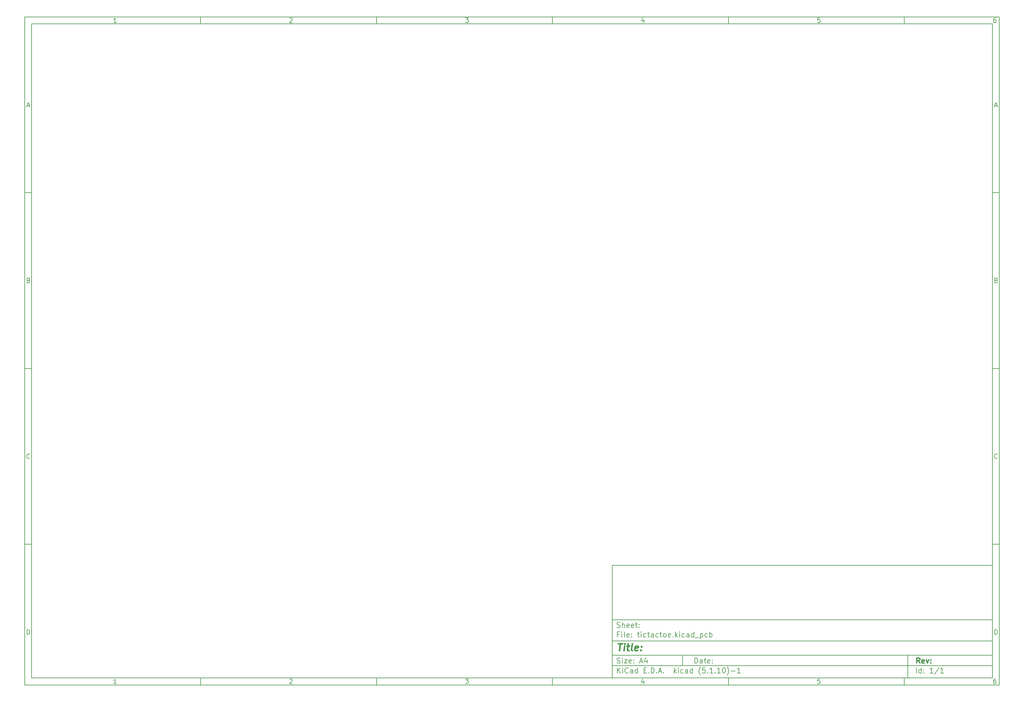
<source format=gbr>
%TF.GenerationSoftware,KiCad,Pcbnew,(5.1.10)-1*%
%TF.CreationDate,2021-10-16T16:01:45-05:00*%
%TF.ProjectId,tictactoe,74696374-6163-4746-9f65-2e6b69636164,rev?*%
%TF.SameCoordinates,Original*%
%TF.FileFunction,Legend,Bot*%
%TF.FilePolarity,Positive*%
%FSLAX46Y46*%
G04 Gerber Fmt 4.6, Leading zero omitted, Abs format (unit mm)*
G04 Created by KiCad (PCBNEW (5.1.10)-1) date 2021-10-16 16:01:45*
%MOMM*%
%LPD*%
G01*
G04 APERTURE LIST*
%ADD10C,0.100000*%
%ADD11C,0.150000*%
%ADD12C,0.300000*%
%ADD13C,0.400000*%
G04 APERTURE END LIST*
D10*
D11*
X177002200Y-166007200D02*
X177002200Y-198007200D01*
X285002200Y-198007200D01*
X285002200Y-166007200D01*
X177002200Y-166007200D01*
D10*
D11*
X10000000Y-10000000D02*
X10000000Y-200007200D01*
X287002200Y-200007200D01*
X287002200Y-10000000D01*
X10000000Y-10000000D01*
D10*
D11*
X12000000Y-12000000D02*
X12000000Y-198007200D01*
X285002200Y-198007200D01*
X285002200Y-12000000D01*
X12000000Y-12000000D01*
D10*
D11*
X60000000Y-12000000D02*
X60000000Y-10000000D01*
D10*
D11*
X110000000Y-12000000D02*
X110000000Y-10000000D01*
D10*
D11*
X160000000Y-12000000D02*
X160000000Y-10000000D01*
D10*
D11*
X210000000Y-12000000D02*
X210000000Y-10000000D01*
D10*
D11*
X260000000Y-12000000D02*
X260000000Y-10000000D01*
D10*
D11*
X36065476Y-11588095D02*
X35322619Y-11588095D01*
X35694047Y-11588095D02*
X35694047Y-10288095D01*
X35570238Y-10473809D01*
X35446428Y-10597619D01*
X35322619Y-10659523D01*
D10*
D11*
X85322619Y-10411904D02*
X85384523Y-10350000D01*
X85508333Y-10288095D01*
X85817857Y-10288095D01*
X85941666Y-10350000D01*
X86003571Y-10411904D01*
X86065476Y-10535714D01*
X86065476Y-10659523D01*
X86003571Y-10845238D01*
X85260714Y-11588095D01*
X86065476Y-11588095D01*
D10*
D11*
X135260714Y-10288095D02*
X136065476Y-10288095D01*
X135632142Y-10783333D01*
X135817857Y-10783333D01*
X135941666Y-10845238D01*
X136003571Y-10907142D01*
X136065476Y-11030952D01*
X136065476Y-11340476D01*
X136003571Y-11464285D01*
X135941666Y-11526190D01*
X135817857Y-11588095D01*
X135446428Y-11588095D01*
X135322619Y-11526190D01*
X135260714Y-11464285D01*
D10*
D11*
X185941666Y-10721428D02*
X185941666Y-11588095D01*
X185632142Y-10226190D02*
X185322619Y-11154761D01*
X186127380Y-11154761D01*
D10*
D11*
X236003571Y-10288095D02*
X235384523Y-10288095D01*
X235322619Y-10907142D01*
X235384523Y-10845238D01*
X235508333Y-10783333D01*
X235817857Y-10783333D01*
X235941666Y-10845238D01*
X236003571Y-10907142D01*
X236065476Y-11030952D01*
X236065476Y-11340476D01*
X236003571Y-11464285D01*
X235941666Y-11526190D01*
X235817857Y-11588095D01*
X235508333Y-11588095D01*
X235384523Y-11526190D01*
X235322619Y-11464285D01*
D10*
D11*
X285941666Y-10288095D02*
X285694047Y-10288095D01*
X285570238Y-10350000D01*
X285508333Y-10411904D01*
X285384523Y-10597619D01*
X285322619Y-10845238D01*
X285322619Y-11340476D01*
X285384523Y-11464285D01*
X285446428Y-11526190D01*
X285570238Y-11588095D01*
X285817857Y-11588095D01*
X285941666Y-11526190D01*
X286003571Y-11464285D01*
X286065476Y-11340476D01*
X286065476Y-11030952D01*
X286003571Y-10907142D01*
X285941666Y-10845238D01*
X285817857Y-10783333D01*
X285570238Y-10783333D01*
X285446428Y-10845238D01*
X285384523Y-10907142D01*
X285322619Y-11030952D01*
D10*
D11*
X60000000Y-198007200D02*
X60000000Y-200007200D01*
D10*
D11*
X110000000Y-198007200D02*
X110000000Y-200007200D01*
D10*
D11*
X160000000Y-198007200D02*
X160000000Y-200007200D01*
D10*
D11*
X210000000Y-198007200D02*
X210000000Y-200007200D01*
D10*
D11*
X260000000Y-198007200D02*
X260000000Y-200007200D01*
D10*
D11*
X36065476Y-199595295D02*
X35322619Y-199595295D01*
X35694047Y-199595295D02*
X35694047Y-198295295D01*
X35570238Y-198481009D01*
X35446428Y-198604819D01*
X35322619Y-198666723D01*
D10*
D11*
X85322619Y-198419104D02*
X85384523Y-198357200D01*
X85508333Y-198295295D01*
X85817857Y-198295295D01*
X85941666Y-198357200D01*
X86003571Y-198419104D01*
X86065476Y-198542914D01*
X86065476Y-198666723D01*
X86003571Y-198852438D01*
X85260714Y-199595295D01*
X86065476Y-199595295D01*
D10*
D11*
X135260714Y-198295295D02*
X136065476Y-198295295D01*
X135632142Y-198790533D01*
X135817857Y-198790533D01*
X135941666Y-198852438D01*
X136003571Y-198914342D01*
X136065476Y-199038152D01*
X136065476Y-199347676D01*
X136003571Y-199471485D01*
X135941666Y-199533390D01*
X135817857Y-199595295D01*
X135446428Y-199595295D01*
X135322619Y-199533390D01*
X135260714Y-199471485D01*
D10*
D11*
X185941666Y-198728628D02*
X185941666Y-199595295D01*
X185632142Y-198233390D02*
X185322619Y-199161961D01*
X186127380Y-199161961D01*
D10*
D11*
X236003571Y-198295295D02*
X235384523Y-198295295D01*
X235322619Y-198914342D01*
X235384523Y-198852438D01*
X235508333Y-198790533D01*
X235817857Y-198790533D01*
X235941666Y-198852438D01*
X236003571Y-198914342D01*
X236065476Y-199038152D01*
X236065476Y-199347676D01*
X236003571Y-199471485D01*
X235941666Y-199533390D01*
X235817857Y-199595295D01*
X235508333Y-199595295D01*
X235384523Y-199533390D01*
X235322619Y-199471485D01*
D10*
D11*
X285941666Y-198295295D02*
X285694047Y-198295295D01*
X285570238Y-198357200D01*
X285508333Y-198419104D01*
X285384523Y-198604819D01*
X285322619Y-198852438D01*
X285322619Y-199347676D01*
X285384523Y-199471485D01*
X285446428Y-199533390D01*
X285570238Y-199595295D01*
X285817857Y-199595295D01*
X285941666Y-199533390D01*
X286003571Y-199471485D01*
X286065476Y-199347676D01*
X286065476Y-199038152D01*
X286003571Y-198914342D01*
X285941666Y-198852438D01*
X285817857Y-198790533D01*
X285570238Y-198790533D01*
X285446428Y-198852438D01*
X285384523Y-198914342D01*
X285322619Y-199038152D01*
D10*
D11*
X10000000Y-60000000D02*
X12000000Y-60000000D01*
D10*
D11*
X10000000Y-110000000D02*
X12000000Y-110000000D01*
D10*
D11*
X10000000Y-160000000D02*
X12000000Y-160000000D01*
D10*
D11*
X10690476Y-35216666D02*
X11309523Y-35216666D01*
X10566666Y-35588095D02*
X11000000Y-34288095D01*
X11433333Y-35588095D01*
D10*
D11*
X11092857Y-84907142D02*
X11278571Y-84969047D01*
X11340476Y-85030952D01*
X11402380Y-85154761D01*
X11402380Y-85340476D01*
X11340476Y-85464285D01*
X11278571Y-85526190D01*
X11154761Y-85588095D01*
X10659523Y-85588095D01*
X10659523Y-84288095D01*
X11092857Y-84288095D01*
X11216666Y-84350000D01*
X11278571Y-84411904D01*
X11340476Y-84535714D01*
X11340476Y-84659523D01*
X11278571Y-84783333D01*
X11216666Y-84845238D01*
X11092857Y-84907142D01*
X10659523Y-84907142D01*
D10*
D11*
X11402380Y-135464285D02*
X11340476Y-135526190D01*
X11154761Y-135588095D01*
X11030952Y-135588095D01*
X10845238Y-135526190D01*
X10721428Y-135402380D01*
X10659523Y-135278571D01*
X10597619Y-135030952D01*
X10597619Y-134845238D01*
X10659523Y-134597619D01*
X10721428Y-134473809D01*
X10845238Y-134350000D01*
X11030952Y-134288095D01*
X11154761Y-134288095D01*
X11340476Y-134350000D01*
X11402380Y-134411904D01*
D10*
D11*
X10659523Y-185588095D02*
X10659523Y-184288095D01*
X10969047Y-184288095D01*
X11154761Y-184350000D01*
X11278571Y-184473809D01*
X11340476Y-184597619D01*
X11402380Y-184845238D01*
X11402380Y-185030952D01*
X11340476Y-185278571D01*
X11278571Y-185402380D01*
X11154761Y-185526190D01*
X10969047Y-185588095D01*
X10659523Y-185588095D01*
D10*
D11*
X287002200Y-60000000D02*
X285002200Y-60000000D01*
D10*
D11*
X287002200Y-110000000D02*
X285002200Y-110000000D01*
D10*
D11*
X287002200Y-160000000D02*
X285002200Y-160000000D01*
D10*
D11*
X285692676Y-35216666D02*
X286311723Y-35216666D01*
X285568866Y-35588095D02*
X286002200Y-34288095D01*
X286435533Y-35588095D01*
D10*
D11*
X286095057Y-84907142D02*
X286280771Y-84969047D01*
X286342676Y-85030952D01*
X286404580Y-85154761D01*
X286404580Y-85340476D01*
X286342676Y-85464285D01*
X286280771Y-85526190D01*
X286156961Y-85588095D01*
X285661723Y-85588095D01*
X285661723Y-84288095D01*
X286095057Y-84288095D01*
X286218866Y-84350000D01*
X286280771Y-84411904D01*
X286342676Y-84535714D01*
X286342676Y-84659523D01*
X286280771Y-84783333D01*
X286218866Y-84845238D01*
X286095057Y-84907142D01*
X285661723Y-84907142D01*
D10*
D11*
X286404580Y-135464285D02*
X286342676Y-135526190D01*
X286156961Y-135588095D01*
X286033152Y-135588095D01*
X285847438Y-135526190D01*
X285723628Y-135402380D01*
X285661723Y-135278571D01*
X285599819Y-135030952D01*
X285599819Y-134845238D01*
X285661723Y-134597619D01*
X285723628Y-134473809D01*
X285847438Y-134350000D01*
X286033152Y-134288095D01*
X286156961Y-134288095D01*
X286342676Y-134350000D01*
X286404580Y-134411904D01*
D10*
D11*
X285661723Y-185588095D02*
X285661723Y-184288095D01*
X285971247Y-184288095D01*
X286156961Y-184350000D01*
X286280771Y-184473809D01*
X286342676Y-184597619D01*
X286404580Y-184845238D01*
X286404580Y-185030952D01*
X286342676Y-185278571D01*
X286280771Y-185402380D01*
X286156961Y-185526190D01*
X285971247Y-185588095D01*
X285661723Y-185588095D01*
D10*
D11*
X200434342Y-193785771D02*
X200434342Y-192285771D01*
X200791485Y-192285771D01*
X201005771Y-192357200D01*
X201148628Y-192500057D01*
X201220057Y-192642914D01*
X201291485Y-192928628D01*
X201291485Y-193142914D01*
X201220057Y-193428628D01*
X201148628Y-193571485D01*
X201005771Y-193714342D01*
X200791485Y-193785771D01*
X200434342Y-193785771D01*
X202577200Y-193785771D02*
X202577200Y-193000057D01*
X202505771Y-192857200D01*
X202362914Y-192785771D01*
X202077200Y-192785771D01*
X201934342Y-192857200D01*
X202577200Y-193714342D02*
X202434342Y-193785771D01*
X202077200Y-193785771D01*
X201934342Y-193714342D01*
X201862914Y-193571485D01*
X201862914Y-193428628D01*
X201934342Y-193285771D01*
X202077200Y-193214342D01*
X202434342Y-193214342D01*
X202577200Y-193142914D01*
X203077200Y-192785771D02*
X203648628Y-192785771D01*
X203291485Y-192285771D02*
X203291485Y-193571485D01*
X203362914Y-193714342D01*
X203505771Y-193785771D01*
X203648628Y-193785771D01*
X204720057Y-193714342D02*
X204577200Y-193785771D01*
X204291485Y-193785771D01*
X204148628Y-193714342D01*
X204077200Y-193571485D01*
X204077200Y-193000057D01*
X204148628Y-192857200D01*
X204291485Y-192785771D01*
X204577200Y-192785771D01*
X204720057Y-192857200D01*
X204791485Y-193000057D01*
X204791485Y-193142914D01*
X204077200Y-193285771D01*
X205434342Y-193642914D02*
X205505771Y-193714342D01*
X205434342Y-193785771D01*
X205362914Y-193714342D01*
X205434342Y-193642914D01*
X205434342Y-193785771D01*
X205434342Y-192857200D02*
X205505771Y-192928628D01*
X205434342Y-193000057D01*
X205362914Y-192928628D01*
X205434342Y-192857200D01*
X205434342Y-193000057D01*
D10*
D11*
X177002200Y-194507200D02*
X285002200Y-194507200D01*
D10*
D11*
X178434342Y-196585771D02*
X178434342Y-195085771D01*
X179291485Y-196585771D02*
X178648628Y-195728628D01*
X179291485Y-195085771D02*
X178434342Y-195942914D01*
X179934342Y-196585771D02*
X179934342Y-195585771D01*
X179934342Y-195085771D02*
X179862914Y-195157200D01*
X179934342Y-195228628D01*
X180005771Y-195157200D01*
X179934342Y-195085771D01*
X179934342Y-195228628D01*
X181505771Y-196442914D02*
X181434342Y-196514342D01*
X181220057Y-196585771D01*
X181077200Y-196585771D01*
X180862914Y-196514342D01*
X180720057Y-196371485D01*
X180648628Y-196228628D01*
X180577200Y-195942914D01*
X180577200Y-195728628D01*
X180648628Y-195442914D01*
X180720057Y-195300057D01*
X180862914Y-195157200D01*
X181077200Y-195085771D01*
X181220057Y-195085771D01*
X181434342Y-195157200D01*
X181505771Y-195228628D01*
X182791485Y-196585771D02*
X182791485Y-195800057D01*
X182720057Y-195657200D01*
X182577200Y-195585771D01*
X182291485Y-195585771D01*
X182148628Y-195657200D01*
X182791485Y-196514342D02*
X182648628Y-196585771D01*
X182291485Y-196585771D01*
X182148628Y-196514342D01*
X182077200Y-196371485D01*
X182077200Y-196228628D01*
X182148628Y-196085771D01*
X182291485Y-196014342D01*
X182648628Y-196014342D01*
X182791485Y-195942914D01*
X184148628Y-196585771D02*
X184148628Y-195085771D01*
X184148628Y-196514342D02*
X184005771Y-196585771D01*
X183720057Y-196585771D01*
X183577200Y-196514342D01*
X183505771Y-196442914D01*
X183434342Y-196300057D01*
X183434342Y-195871485D01*
X183505771Y-195728628D01*
X183577200Y-195657200D01*
X183720057Y-195585771D01*
X184005771Y-195585771D01*
X184148628Y-195657200D01*
X186005771Y-195800057D02*
X186505771Y-195800057D01*
X186720057Y-196585771D02*
X186005771Y-196585771D01*
X186005771Y-195085771D01*
X186720057Y-195085771D01*
X187362914Y-196442914D02*
X187434342Y-196514342D01*
X187362914Y-196585771D01*
X187291485Y-196514342D01*
X187362914Y-196442914D01*
X187362914Y-196585771D01*
X188077200Y-196585771D02*
X188077200Y-195085771D01*
X188434342Y-195085771D01*
X188648628Y-195157200D01*
X188791485Y-195300057D01*
X188862914Y-195442914D01*
X188934342Y-195728628D01*
X188934342Y-195942914D01*
X188862914Y-196228628D01*
X188791485Y-196371485D01*
X188648628Y-196514342D01*
X188434342Y-196585771D01*
X188077200Y-196585771D01*
X189577200Y-196442914D02*
X189648628Y-196514342D01*
X189577200Y-196585771D01*
X189505771Y-196514342D01*
X189577200Y-196442914D01*
X189577200Y-196585771D01*
X190220057Y-196157200D02*
X190934342Y-196157200D01*
X190077200Y-196585771D02*
X190577200Y-195085771D01*
X191077200Y-196585771D01*
X191577200Y-196442914D02*
X191648628Y-196514342D01*
X191577200Y-196585771D01*
X191505771Y-196514342D01*
X191577200Y-196442914D01*
X191577200Y-196585771D01*
X194577200Y-196585771D02*
X194577200Y-195085771D01*
X194720057Y-196014342D02*
X195148628Y-196585771D01*
X195148628Y-195585771D02*
X194577200Y-196157200D01*
X195791485Y-196585771D02*
X195791485Y-195585771D01*
X195791485Y-195085771D02*
X195720057Y-195157200D01*
X195791485Y-195228628D01*
X195862914Y-195157200D01*
X195791485Y-195085771D01*
X195791485Y-195228628D01*
X197148628Y-196514342D02*
X197005771Y-196585771D01*
X196720057Y-196585771D01*
X196577200Y-196514342D01*
X196505771Y-196442914D01*
X196434342Y-196300057D01*
X196434342Y-195871485D01*
X196505771Y-195728628D01*
X196577200Y-195657200D01*
X196720057Y-195585771D01*
X197005771Y-195585771D01*
X197148628Y-195657200D01*
X198434342Y-196585771D02*
X198434342Y-195800057D01*
X198362914Y-195657200D01*
X198220057Y-195585771D01*
X197934342Y-195585771D01*
X197791485Y-195657200D01*
X198434342Y-196514342D02*
X198291485Y-196585771D01*
X197934342Y-196585771D01*
X197791485Y-196514342D01*
X197720057Y-196371485D01*
X197720057Y-196228628D01*
X197791485Y-196085771D01*
X197934342Y-196014342D01*
X198291485Y-196014342D01*
X198434342Y-195942914D01*
X199791485Y-196585771D02*
X199791485Y-195085771D01*
X199791485Y-196514342D02*
X199648628Y-196585771D01*
X199362914Y-196585771D01*
X199220057Y-196514342D01*
X199148628Y-196442914D01*
X199077200Y-196300057D01*
X199077200Y-195871485D01*
X199148628Y-195728628D01*
X199220057Y-195657200D01*
X199362914Y-195585771D01*
X199648628Y-195585771D01*
X199791485Y-195657200D01*
X202077200Y-197157200D02*
X202005771Y-197085771D01*
X201862914Y-196871485D01*
X201791485Y-196728628D01*
X201720057Y-196514342D01*
X201648628Y-196157200D01*
X201648628Y-195871485D01*
X201720057Y-195514342D01*
X201791485Y-195300057D01*
X201862914Y-195157200D01*
X202005771Y-194942914D01*
X202077200Y-194871485D01*
X203362914Y-195085771D02*
X202648628Y-195085771D01*
X202577200Y-195800057D01*
X202648628Y-195728628D01*
X202791485Y-195657200D01*
X203148628Y-195657200D01*
X203291485Y-195728628D01*
X203362914Y-195800057D01*
X203434342Y-195942914D01*
X203434342Y-196300057D01*
X203362914Y-196442914D01*
X203291485Y-196514342D01*
X203148628Y-196585771D01*
X202791485Y-196585771D01*
X202648628Y-196514342D01*
X202577200Y-196442914D01*
X204077200Y-196442914D02*
X204148628Y-196514342D01*
X204077200Y-196585771D01*
X204005771Y-196514342D01*
X204077200Y-196442914D01*
X204077200Y-196585771D01*
X205577200Y-196585771D02*
X204720057Y-196585771D01*
X205148628Y-196585771D02*
X205148628Y-195085771D01*
X205005771Y-195300057D01*
X204862914Y-195442914D01*
X204720057Y-195514342D01*
X206220057Y-196442914D02*
X206291485Y-196514342D01*
X206220057Y-196585771D01*
X206148628Y-196514342D01*
X206220057Y-196442914D01*
X206220057Y-196585771D01*
X207720057Y-196585771D02*
X206862914Y-196585771D01*
X207291485Y-196585771D02*
X207291485Y-195085771D01*
X207148628Y-195300057D01*
X207005771Y-195442914D01*
X206862914Y-195514342D01*
X208648628Y-195085771D02*
X208791485Y-195085771D01*
X208934342Y-195157200D01*
X209005771Y-195228628D01*
X209077200Y-195371485D01*
X209148628Y-195657200D01*
X209148628Y-196014342D01*
X209077200Y-196300057D01*
X209005771Y-196442914D01*
X208934342Y-196514342D01*
X208791485Y-196585771D01*
X208648628Y-196585771D01*
X208505771Y-196514342D01*
X208434342Y-196442914D01*
X208362914Y-196300057D01*
X208291485Y-196014342D01*
X208291485Y-195657200D01*
X208362914Y-195371485D01*
X208434342Y-195228628D01*
X208505771Y-195157200D01*
X208648628Y-195085771D01*
X209648628Y-197157200D02*
X209720057Y-197085771D01*
X209862914Y-196871485D01*
X209934342Y-196728628D01*
X210005771Y-196514342D01*
X210077200Y-196157200D01*
X210077200Y-195871485D01*
X210005771Y-195514342D01*
X209934342Y-195300057D01*
X209862914Y-195157200D01*
X209720057Y-194942914D01*
X209648628Y-194871485D01*
X210791485Y-196014342D02*
X211934342Y-196014342D01*
X213434342Y-196585771D02*
X212577200Y-196585771D01*
X213005771Y-196585771D02*
X213005771Y-195085771D01*
X212862914Y-195300057D01*
X212720057Y-195442914D01*
X212577200Y-195514342D01*
D10*
D11*
X177002200Y-191507200D02*
X285002200Y-191507200D01*
D10*
D12*
X264411485Y-193785771D02*
X263911485Y-193071485D01*
X263554342Y-193785771D02*
X263554342Y-192285771D01*
X264125771Y-192285771D01*
X264268628Y-192357200D01*
X264340057Y-192428628D01*
X264411485Y-192571485D01*
X264411485Y-192785771D01*
X264340057Y-192928628D01*
X264268628Y-193000057D01*
X264125771Y-193071485D01*
X263554342Y-193071485D01*
X265625771Y-193714342D02*
X265482914Y-193785771D01*
X265197200Y-193785771D01*
X265054342Y-193714342D01*
X264982914Y-193571485D01*
X264982914Y-193000057D01*
X265054342Y-192857200D01*
X265197200Y-192785771D01*
X265482914Y-192785771D01*
X265625771Y-192857200D01*
X265697200Y-193000057D01*
X265697200Y-193142914D01*
X264982914Y-193285771D01*
X266197200Y-192785771D02*
X266554342Y-193785771D01*
X266911485Y-192785771D01*
X267482914Y-193642914D02*
X267554342Y-193714342D01*
X267482914Y-193785771D01*
X267411485Y-193714342D01*
X267482914Y-193642914D01*
X267482914Y-193785771D01*
X267482914Y-192857200D02*
X267554342Y-192928628D01*
X267482914Y-193000057D01*
X267411485Y-192928628D01*
X267482914Y-192857200D01*
X267482914Y-193000057D01*
D10*
D11*
X178362914Y-193714342D02*
X178577200Y-193785771D01*
X178934342Y-193785771D01*
X179077200Y-193714342D01*
X179148628Y-193642914D01*
X179220057Y-193500057D01*
X179220057Y-193357200D01*
X179148628Y-193214342D01*
X179077200Y-193142914D01*
X178934342Y-193071485D01*
X178648628Y-193000057D01*
X178505771Y-192928628D01*
X178434342Y-192857200D01*
X178362914Y-192714342D01*
X178362914Y-192571485D01*
X178434342Y-192428628D01*
X178505771Y-192357200D01*
X178648628Y-192285771D01*
X179005771Y-192285771D01*
X179220057Y-192357200D01*
X179862914Y-193785771D02*
X179862914Y-192785771D01*
X179862914Y-192285771D02*
X179791485Y-192357200D01*
X179862914Y-192428628D01*
X179934342Y-192357200D01*
X179862914Y-192285771D01*
X179862914Y-192428628D01*
X180434342Y-192785771D02*
X181220057Y-192785771D01*
X180434342Y-193785771D01*
X181220057Y-193785771D01*
X182362914Y-193714342D02*
X182220057Y-193785771D01*
X181934342Y-193785771D01*
X181791485Y-193714342D01*
X181720057Y-193571485D01*
X181720057Y-193000057D01*
X181791485Y-192857200D01*
X181934342Y-192785771D01*
X182220057Y-192785771D01*
X182362914Y-192857200D01*
X182434342Y-193000057D01*
X182434342Y-193142914D01*
X181720057Y-193285771D01*
X183077200Y-193642914D02*
X183148628Y-193714342D01*
X183077200Y-193785771D01*
X183005771Y-193714342D01*
X183077200Y-193642914D01*
X183077200Y-193785771D01*
X183077200Y-192857200D02*
X183148628Y-192928628D01*
X183077200Y-193000057D01*
X183005771Y-192928628D01*
X183077200Y-192857200D01*
X183077200Y-193000057D01*
X184862914Y-193357200D02*
X185577200Y-193357200D01*
X184720057Y-193785771D02*
X185220057Y-192285771D01*
X185720057Y-193785771D01*
X186862914Y-192785771D02*
X186862914Y-193785771D01*
X186505771Y-192214342D02*
X186148628Y-193285771D01*
X187077200Y-193285771D01*
D10*
D11*
X263434342Y-196585771D02*
X263434342Y-195085771D01*
X264791485Y-196585771D02*
X264791485Y-195085771D01*
X264791485Y-196514342D02*
X264648628Y-196585771D01*
X264362914Y-196585771D01*
X264220057Y-196514342D01*
X264148628Y-196442914D01*
X264077200Y-196300057D01*
X264077200Y-195871485D01*
X264148628Y-195728628D01*
X264220057Y-195657200D01*
X264362914Y-195585771D01*
X264648628Y-195585771D01*
X264791485Y-195657200D01*
X265505771Y-196442914D02*
X265577200Y-196514342D01*
X265505771Y-196585771D01*
X265434342Y-196514342D01*
X265505771Y-196442914D01*
X265505771Y-196585771D01*
X265505771Y-195657200D02*
X265577200Y-195728628D01*
X265505771Y-195800057D01*
X265434342Y-195728628D01*
X265505771Y-195657200D01*
X265505771Y-195800057D01*
X268148628Y-196585771D02*
X267291485Y-196585771D01*
X267720057Y-196585771D02*
X267720057Y-195085771D01*
X267577200Y-195300057D01*
X267434342Y-195442914D01*
X267291485Y-195514342D01*
X269862914Y-195014342D02*
X268577200Y-196942914D01*
X271148628Y-196585771D02*
X270291485Y-196585771D01*
X270720057Y-196585771D02*
X270720057Y-195085771D01*
X270577200Y-195300057D01*
X270434342Y-195442914D01*
X270291485Y-195514342D01*
D10*
D11*
X177002200Y-187507200D02*
X285002200Y-187507200D01*
D10*
D13*
X178714580Y-188211961D02*
X179857438Y-188211961D01*
X179036009Y-190211961D02*
X179286009Y-188211961D01*
X180274104Y-190211961D02*
X180440771Y-188878628D01*
X180524104Y-188211961D02*
X180416961Y-188307200D01*
X180500295Y-188402438D01*
X180607438Y-188307200D01*
X180524104Y-188211961D01*
X180500295Y-188402438D01*
X181107438Y-188878628D02*
X181869342Y-188878628D01*
X181476485Y-188211961D02*
X181262200Y-189926247D01*
X181333628Y-190116723D01*
X181512200Y-190211961D01*
X181702676Y-190211961D01*
X182655057Y-190211961D02*
X182476485Y-190116723D01*
X182405057Y-189926247D01*
X182619342Y-188211961D01*
X184190771Y-190116723D02*
X183988390Y-190211961D01*
X183607438Y-190211961D01*
X183428866Y-190116723D01*
X183357438Y-189926247D01*
X183452676Y-189164342D01*
X183571723Y-188973866D01*
X183774104Y-188878628D01*
X184155057Y-188878628D01*
X184333628Y-188973866D01*
X184405057Y-189164342D01*
X184381247Y-189354819D01*
X183405057Y-189545295D01*
X185155057Y-190021485D02*
X185238390Y-190116723D01*
X185131247Y-190211961D01*
X185047914Y-190116723D01*
X185155057Y-190021485D01*
X185131247Y-190211961D01*
X185286009Y-188973866D02*
X185369342Y-189069104D01*
X185262200Y-189164342D01*
X185178866Y-189069104D01*
X185286009Y-188973866D01*
X185262200Y-189164342D01*
D10*
D11*
X178934342Y-185600057D02*
X178434342Y-185600057D01*
X178434342Y-186385771D02*
X178434342Y-184885771D01*
X179148628Y-184885771D01*
X179720057Y-186385771D02*
X179720057Y-185385771D01*
X179720057Y-184885771D02*
X179648628Y-184957200D01*
X179720057Y-185028628D01*
X179791485Y-184957200D01*
X179720057Y-184885771D01*
X179720057Y-185028628D01*
X180648628Y-186385771D02*
X180505771Y-186314342D01*
X180434342Y-186171485D01*
X180434342Y-184885771D01*
X181791485Y-186314342D02*
X181648628Y-186385771D01*
X181362914Y-186385771D01*
X181220057Y-186314342D01*
X181148628Y-186171485D01*
X181148628Y-185600057D01*
X181220057Y-185457200D01*
X181362914Y-185385771D01*
X181648628Y-185385771D01*
X181791485Y-185457200D01*
X181862914Y-185600057D01*
X181862914Y-185742914D01*
X181148628Y-185885771D01*
X182505771Y-186242914D02*
X182577200Y-186314342D01*
X182505771Y-186385771D01*
X182434342Y-186314342D01*
X182505771Y-186242914D01*
X182505771Y-186385771D01*
X182505771Y-185457200D02*
X182577200Y-185528628D01*
X182505771Y-185600057D01*
X182434342Y-185528628D01*
X182505771Y-185457200D01*
X182505771Y-185600057D01*
X184148628Y-185385771D02*
X184720057Y-185385771D01*
X184362914Y-184885771D02*
X184362914Y-186171485D01*
X184434342Y-186314342D01*
X184577200Y-186385771D01*
X184720057Y-186385771D01*
X185220057Y-186385771D02*
X185220057Y-185385771D01*
X185220057Y-184885771D02*
X185148628Y-184957200D01*
X185220057Y-185028628D01*
X185291485Y-184957200D01*
X185220057Y-184885771D01*
X185220057Y-185028628D01*
X186577200Y-186314342D02*
X186434342Y-186385771D01*
X186148628Y-186385771D01*
X186005771Y-186314342D01*
X185934342Y-186242914D01*
X185862914Y-186100057D01*
X185862914Y-185671485D01*
X185934342Y-185528628D01*
X186005771Y-185457200D01*
X186148628Y-185385771D01*
X186434342Y-185385771D01*
X186577200Y-185457200D01*
X187005771Y-185385771D02*
X187577200Y-185385771D01*
X187220057Y-184885771D02*
X187220057Y-186171485D01*
X187291485Y-186314342D01*
X187434342Y-186385771D01*
X187577200Y-186385771D01*
X188720057Y-186385771D02*
X188720057Y-185600057D01*
X188648628Y-185457200D01*
X188505771Y-185385771D01*
X188220057Y-185385771D01*
X188077200Y-185457200D01*
X188720057Y-186314342D02*
X188577200Y-186385771D01*
X188220057Y-186385771D01*
X188077200Y-186314342D01*
X188005771Y-186171485D01*
X188005771Y-186028628D01*
X188077200Y-185885771D01*
X188220057Y-185814342D01*
X188577200Y-185814342D01*
X188720057Y-185742914D01*
X190077200Y-186314342D02*
X189934342Y-186385771D01*
X189648628Y-186385771D01*
X189505771Y-186314342D01*
X189434342Y-186242914D01*
X189362914Y-186100057D01*
X189362914Y-185671485D01*
X189434342Y-185528628D01*
X189505771Y-185457200D01*
X189648628Y-185385771D01*
X189934342Y-185385771D01*
X190077200Y-185457200D01*
X190505771Y-185385771D02*
X191077200Y-185385771D01*
X190720057Y-184885771D02*
X190720057Y-186171485D01*
X190791485Y-186314342D01*
X190934342Y-186385771D01*
X191077200Y-186385771D01*
X191791485Y-186385771D02*
X191648628Y-186314342D01*
X191577200Y-186242914D01*
X191505771Y-186100057D01*
X191505771Y-185671485D01*
X191577200Y-185528628D01*
X191648628Y-185457200D01*
X191791485Y-185385771D01*
X192005771Y-185385771D01*
X192148628Y-185457200D01*
X192220057Y-185528628D01*
X192291485Y-185671485D01*
X192291485Y-186100057D01*
X192220057Y-186242914D01*
X192148628Y-186314342D01*
X192005771Y-186385771D01*
X191791485Y-186385771D01*
X193505771Y-186314342D02*
X193362914Y-186385771D01*
X193077200Y-186385771D01*
X192934342Y-186314342D01*
X192862914Y-186171485D01*
X192862914Y-185600057D01*
X192934342Y-185457200D01*
X193077200Y-185385771D01*
X193362914Y-185385771D01*
X193505771Y-185457200D01*
X193577200Y-185600057D01*
X193577200Y-185742914D01*
X192862914Y-185885771D01*
X194220057Y-186242914D02*
X194291485Y-186314342D01*
X194220057Y-186385771D01*
X194148628Y-186314342D01*
X194220057Y-186242914D01*
X194220057Y-186385771D01*
X194934342Y-186385771D02*
X194934342Y-184885771D01*
X195077200Y-185814342D02*
X195505771Y-186385771D01*
X195505771Y-185385771D02*
X194934342Y-185957200D01*
X196148628Y-186385771D02*
X196148628Y-185385771D01*
X196148628Y-184885771D02*
X196077200Y-184957200D01*
X196148628Y-185028628D01*
X196220057Y-184957200D01*
X196148628Y-184885771D01*
X196148628Y-185028628D01*
X197505771Y-186314342D02*
X197362914Y-186385771D01*
X197077200Y-186385771D01*
X196934342Y-186314342D01*
X196862914Y-186242914D01*
X196791485Y-186100057D01*
X196791485Y-185671485D01*
X196862914Y-185528628D01*
X196934342Y-185457200D01*
X197077200Y-185385771D01*
X197362914Y-185385771D01*
X197505771Y-185457200D01*
X198791485Y-186385771D02*
X198791485Y-185600057D01*
X198720057Y-185457200D01*
X198577200Y-185385771D01*
X198291485Y-185385771D01*
X198148628Y-185457200D01*
X198791485Y-186314342D02*
X198648628Y-186385771D01*
X198291485Y-186385771D01*
X198148628Y-186314342D01*
X198077200Y-186171485D01*
X198077200Y-186028628D01*
X198148628Y-185885771D01*
X198291485Y-185814342D01*
X198648628Y-185814342D01*
X198791485Y-185742914D01*
X200148628Y-186385771D02*
X200148628Y-184885771D01*
X200148628Y-186314342D02*
X200005771Y-186385771D01*
X199720057Y-186385771D01*
X199577200Y-186314342D01*
X199505771Y-186242914D01*
X199434342Y-186100057D01*
X199434342Y-185671485D01*
X199505771Y-185528628D01*
X199577200Y-185457200D01*
X199720057Y-185385771D01*
X200005771Y-185385771D01*
X200148628Y-185457200D01*
X200505771Y-186528628D02*
X201648628Y-186528628D01*
X202005771Y-185385771D02*
X202005771Y-186885771D01*
X202005771Y-185457200D02*
X202148628Y-185385771D01*
X202434342Y-185385771D01*
X202577200Y-185457200D01*
X202648628Y-185528628D01*
X202720057Y-185671485D01*
X202720057Y-186100057D01*
X202648628Y-186242914D01*
X202577200Y-186314342D01*
X202434342Y-186385771D01*
X202148628Y-186385771D01*
X202005771Y-186314342D01*
X204005771Y-186314342D02*
X203862914Y-186385771D01*
X203577200Y-186385771D01*
X203434342Y-186314342D01*
X203362914Y-186242914D01*
X203291485Y-186100057D01*
X203291485Y-185671485D01*
X203362914Y-185528628D01*
X203434342Y-185457200D01*
X203577200Y-185385771D01*
X203862914Y-185385771D01*
X204005771Y-185457200D01*
X204648628Y-186385771D02*
X204648628Y-184885771D01*
X204648628Y-185457200D02*
X204791485Y-185385771D01*
X205077200Y-185385771D01*
X205220057Y-185457200D01*
X205291485Y-185528628D01*
X205362914Y-185671485D01*
X205362914Y-186100057D01*
X205291485Y-186242914D01*
X205220057Y-186314342D01*
X205077200Y-186385771D01*
X204791485Y-186385771D01*
X204648628Y-186314342D01*
D10*
D11*
X177002200Y-181507200D02*
X285002200Y-181507200D01*
D10*
D11*
X178362914Y-183614342D02*
X178577200Y-183685771D01*
X178934342Y-183685771D01*
X179077200Y-183614342D01*
X179148628Y-183542914D01*
X179220057Y-183400057D01*
X179220057Y-183257200D01*
X179148628Y-183114342D01*
X179077200Y-183042914D01*
X178934342Y-182971485D01*
X178648628Y-182900057D01*
X178505771Y-182828628D01*
X178434342Y-182757200D01*
X178362914Y-182614342D01*
X178362914Y-182471485D01*
X178434342Y-182328628D01*
X178505771Y-182257200D01*
X178648628Y-182185771D01*
X179005771Y-182185771D01*
X179220057Y-182257200D01*
X179862914Y-183685771D02*
X179862914Y-182185771D01*
X180505771Y-183685771D02*
X180505771Y-182900057D01*
X180434342Y-182757200D01*
X180291485Y-182685771D01*
X180077200Y-182685771D01*
X179934342Y-182757200D01*
X179862914Y-182828628D01*
X181791485Y-183614342D02*
X181648628Y-183685771D01*
X181362914Y-183685771D01*
X181220057Y-183614342D01*
X181148628Y-183471485D01*
X181148628Y-182900057D01*
X181220057Y-182757200D01*
X181362914Y-182685771D01*
X181648628Y-182685771D01*
X181791485Y-182757200D01*
X181862914Y-182900057D01*
X181862914Y-183042914D01*
X181148628Y-183185771D01*
X183077200Y-183614342D02*
X182934342Y-183685771D01*
X182648628Y-183685771D01*
X182505771Y-183614342D01*
X182434342Y-183471485D01*
X182434342Y-182900057D01*
X182505771Y-182757200D01*
X182648628Y-182685771D01*
X182934342Y-182685771D01*
X183077200Y-182757200D01*
X183148628Y-182900057D01*
X183148628Y-183042914D01*
X182434342Y-183185771D01*
X183577200Y-182685771D02*
X184148628Y-182685771D01*
X183791485Y-182185771D02*
X183791485Y-183471485D01*
X183862914Y-183614342D01*
X184005771Y-183685771D01*
X184148628Y-183685771D01*
X184648628Y-183542914D02*
X184720057Y-183614342D01*
X184648628Y-183685771D01*
X184577200Y-183614342D01*
X184648628Y-183542914D01*
X184648628Y-183685771D01*
X184648628Y-182757200D02*
X184720057Y-182828628D01*
X184648628Y-182900057D01*
X184577200Y-182828628D01*
X184648628Y-182757200D01*
X184648628Y-182900057D01*
D10*
D11*
X197002200Y-191507200D02*
X197002200Y-194507200D01*
D10*
D11*
X261002200Y-191507200D02*
X261002200Y-198007200D01*
M02*

</source>
